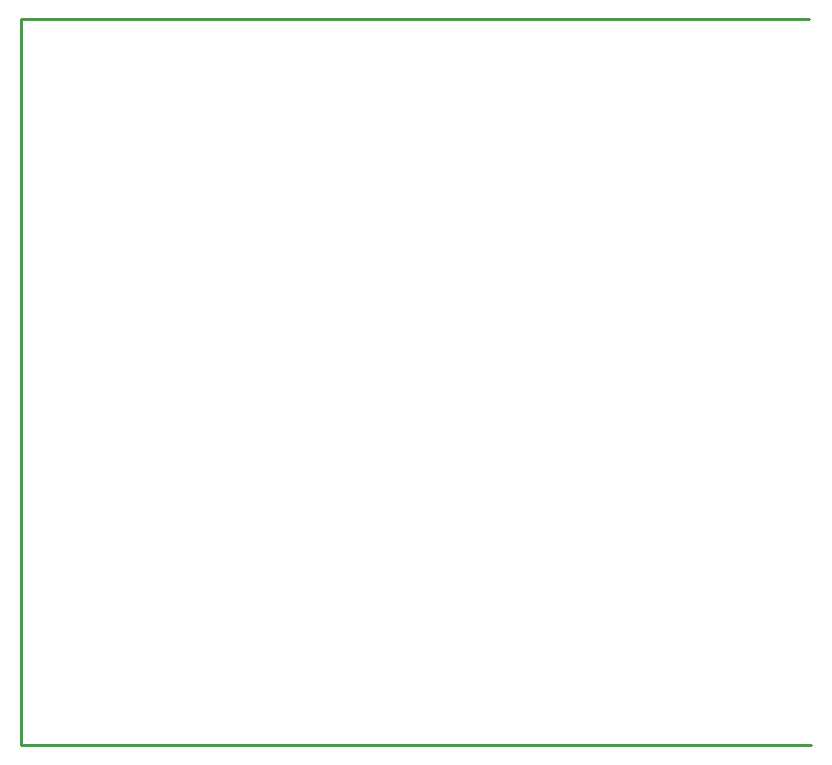
<source format=gko>
G04*
G04 #@! TF.GenerationSoftware,Altium Limited,Altium Designer,24.0.1 (36)*
G04*
G04 Layer_Color=16711935*
%FSLAX44Y44*%
%MOMM*%
G71*
G04*
G04 #@! TF.SameCoordinates,B8DB1BF3-7387-46EC-A14D-9CE900C50DFE*
G04*
G04*
G04 #@! TF.FilePolarity,Positive*
G04*
G01*
G75*
%ADD13C,0.2540*%
D13*
X0Y613400D02*
X667100D01*
X0Y-1100D02*
Y613400D01*
Y-1100D02*
X668200D01*
M02*

</source>
